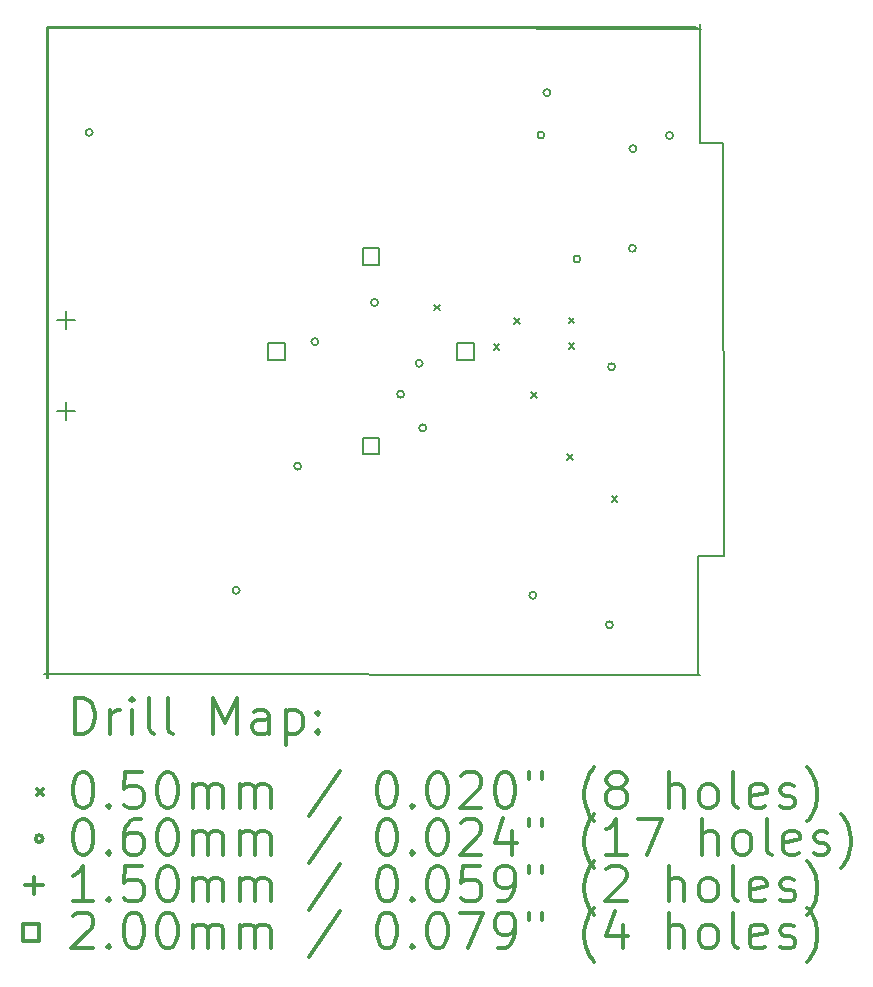
<source format=gbr>
%FSLAX45Y45*%
G04 Gerber Fmt 4.5, Leading zero omitted, Abs format (unit mm)*
G04 Created by KiCad (PCBNEW 4.0.6) date 05/08/17 07:17:55*
%MOMM*%
%LPD*%
G01*
G04 APERTURE LIST*
%ADD10C,0.127000*%
%ADD11C,0.150000*%
%ADD12C,0.200000*%
%ADD13C,0.300000*%
G04 APERTURE END LIST*
D10*
D11*
X14601950Y-8763870D02*
X14605850Y-7759710D01*
X14591970Y-12260010D02*
X14809350Y-12257470D01*
X14809350Y-12257470D02*
X14798890Y-8764090D01*
X14798890Y-8764090D02*
X14601950Y-8763870D01*
X14590270Y-13269610D02*
X14591970Y-12260010D01*
X14605850Y-13263710D02*
X9048090Y-13258930D01*
X9073010Y-7779790D02*
X14573010Y-7779790D01*
X9073010Y-13279790D02*
X9073010Y-7779790D01*
X14610510Y-7794590D02*
X9076510Y-7783190D01*
X9076510Y-13283190D02*
X9076510Y-7783190D01*
X9088410Y-7789590D02*
X14588410Y-7789590D01*
X9088410Y-13289590D02*
X9088410Y-7789590D01*
X14577510Y-7789590D02*
X9077510Y-7789590D01*
X9077510Y-13289590D02*
X9077510Y-7789590D01*
D12*
X12357210Y-10131390D02*
X12407210Y-10181390D01*
X12407210Y-10131390D02*
X12357210Y-10181390D01*
X12857810Y-10464690D02*
X12907810Y-10514690D01*
X12907810Y-10464690D02*
X12857810Y-10514690D01*
X13028710Y-10248390D02*
X13078710Y-10298390D01*
X13078710Y-10248390D02*
X13028710Y-10298390D01*
X13172110Y-10874390D02*
X13222110Y-10924390D01*
X13222110Y-10874390D02*
X13172110Y-10924390D01*
X13482210Y-11398090D02*
X13532210Y-11448090D01*
X13532210Y-11398090D02*
X13482210Y-11448090D01*
X13492710Y-10240990D02*
X13542710Y-10290990D01*
X13542710Y-10240990D02*
X13492710Y-10290990D01*
X13492710Y-10460490D02*
X13542710Y-10510490D01*
X13542710Y-10460490D02*
X13492710Y-10510490D01*
X13856210Y-11754290D02*
X13906210Y-11804290D01*
X13906210Y-11754290D02*
X13856210Y-11804290D01*
X9463810Y-8673790D02*
G75*
G03X9463810Y-8673790I-30000J0D01*
G01*
X10707710Y-12551290D02*
G75*
G03X10707710Y-12551290I-30000J0D01*
G01*
X11228160Y-11498340D02*
G75*
G03X11228160Y-11498340I-30000J0D01*
G01*
X11373930Y-10446010D02*
G75*
G03X11373930Y-10446010I-30000J0D01*
G01*
X11879390Y-10113270D02*
G75*
G03X11879390Y-10113270I-30000J0D01*
G01*
X12100370Y-10889810D02*
G75*
G03X12100370Y-10889810I-30000J0D01*
G01*
X12258310Y-10628690D02*
G75*
G03X12258310Y-10628690I-30000J0D01*
G01*
X12287470Y-11175710D02*
G75*
G03X12287470Y-11175710I-30000J0D01*
G01*
X13219910Y-12592890D02*
G75*
G03X13219910Y-12592890I-30000J0D01*
G01*
X13288210Y-8696290D02*
G75*
G03X13288210Y-8696290I-30000J0D01*
G01*
X13339510Y-8337290D02*
G75*
G03X13339510Y-8337290I-30000J0D01*
G01*
X13593510Y-9745790D02*
G75*
G03X13593510Y-9745790I-30000J0D01*
G01*
X13868910Y-12842790D02*
G75*
G03X13868910Y-12842790I-30000J0D01*
G01*
X13886570Y-10657530D02*
G75*
G03X13886570Y-10657530I-30000J0D01*
G01*
X14062810Y-9654490D02*
G75*
G03X14062810Y-9654490I-30000J0D01*
G01*
X14067410Y-8810390D02*
G75*
G03X14067410Y-8810390I-30000J0D01*
G01*
X14377710Y-8699590D02*
G75*
G03X14377710Y-8699590I-30000J0D01*
G01*
X9238010Y-10184890D02*
X9238010Y-10334890D01*
X9163010Y-10259890D02*
X9313010Y-10259890D01*
X9238010Y-10958290D02*
X9238010Y-11108290D01*
X9163010Y-11033290D02*
X9313010Y-11033290D01*
X11089521Y-10598001D02*
X11089521Y-10456579D01*
X10948099Y-10456579D01*
X10948099Y-10598001D01*
X11089521Y-10598001D01*
X11889621Y-9795361D02*
X11889621Y-9653939D01*
X11748199Y-9653939D01*
X11748199Y-9795361D01*
X11889621Y-9795361D01*
X11889621Y-11398101D02*
X11889621Y-11256679D01*
X11748199Y-11256679D01*
X11748199Y-11398101D01*
X11889621Y-11398101D01*
X12689721Y-10598001D02*
X12689721Y-10456579D01*
X12548299Y-10456579D01*
X12548299Y-10598001D01*
X12689721Y-10598001D01*
D13*
X9312019Y-13762804D02*
X9312019Y-13462804D01*
X9383447Y-13462804D01*
X9426304Y-13477090D01*
X9454876Y-13505661D01*
X9469161Y-13534233D01*
X9483447Y-13591376D01*
X9483447Y-13634233D01*
X9469161Y-13691376D01*
X9454876Y-13719947D01*
X9426304Y-13748519D01*
X9383447Y-13762804D01*
X9312019Y-13762804D01*
X9612019Y-13762804D02*
X9612019Y-13562804D01*
X9612019Y-13619947D02*
X9626304Y-13591376D01*
X9640590Y-13577090D01*
X9669161Y-13562804D01*
X9697733Y-13562804D01*
X9797733Y-13762804D02*
X9797733Y-13562804D01*
X9797733Y-13462804D02*
X9783447Y-13477090D01*
X9797733Y-13491376D01*
X9812019Y-13477090D01*
X9797733Y-13462804D01*
X9797733Y-13491376D01*
X9983447Y-13762804D02*
X9954876Y-13748519D01*
X9940590Y-13719947D01*
X9940590Y-13462804D01*
X10140590Y-13762804D02*
X10112019Y-13748519D01*
X10097733Y-13719947D01*
X10097733Y-13462804D01*
X10483447Y-13762804D02*
X10483447Y-13462804D01*
X10583447Y-13677090D01*
X10683447Y-13462804D01*
X10683447Y-13762804D01*
X10954876Y-13762804D02*
X10954876Y-13605661D01*
X10940590Y-13577090D01*
X10912019Y-13562804D01*
X10854876Y-13562804D01*
X10826304Y-13577090D01*
X10954876Y-13748519D02*
X10926304Y-13762804D01*
X10854876Y-13762804D01*
X10826304Y-13748519D01*
X10812019Y-13719947D01*
X10812019Y-13691376D01*
X10826304Y-13662804D01*
X10854876Y-13648519D01*
X10926304Y-13648519D01*
X10954876Y-13634233D01*
X11097733Y-13562804D02*
X11097733Y-13862804D01*
X11097733Y-13577090D02*
X11126304Y-13562804D01*
X11183447Y-13562804D01*
X11212018Y-13577090D01*
X11226304Y-13591376D01*
X11240590Y-13619947D01*
X11240590Y-13705661D01*
X11226304Y-13734233D01*
X11212018Y-13748519D01*
X11183447Y-13762804D01*
X11126304Y-13762804D01*
X11097733Y-13748519D01*
X11369161Y-13734233D02*
X11383447Y-13748519D01*
X11369161Y-13762804D01*
X11354876Y-13748519D01*
X11369161Y-13734233D01*
X11369161Y-13762804D01*
X11369161Y-13577090D02*
X11383447Y-13591376D01*
X11369161Y-13605661D01*
X11354876Y-13591376D01*
X11369161Y-13577090D01*
X11369161Y-13605661D01*
X8990590Y-14232090D02*
X9040590Y-14282090D01*
X9040590Y-14232090D02*
X8990590Y-14282090D01*
X9369161Y-14092804D02*
X9397733Y-14092804D01*
X9426304Y-14107090D01*
X9440590Y-14121376D01*
X9454876Y-14149947D01*
X9469161Y-14207090D01*
X9469161Y-14278519D01*
X9454876Y-14335661D01*
X9440590Y-14364233D01*
X9426304Y-14378519D01*
X9397733Y-14392804D01*
X9369161Y-14392804D01*
X9340590Y-14378519D01*
X9326304Y-14364233D01*
X9312019Y-14335661D01*
X9297733Y-14278519D01*
X9297733Y-14207090D01*
X9312019Y-14149947D01*
X9326304Y-14121376D01*
X9340590Y-14107090D01*
X9369161Y-14092804D01*
X9597733Y-14364233D02*
X9612019Y-14378519D01*
X9597733Y-14392804D01*
X9583447Y-14378519D01*
X9597733Y-14364233D01*
X9597733Y-14392804D01*
X9883447Y-14092804D02*
X9740590Y-14092804D01*
X9726304Y-14235661D01*
X9740590Y-14221376D01*
X9769161Y-14207090D01*
X9840590Y-14207090D01*
X9869161Y-14221376D01*
X9883447Y-14235661D01*
X9897733Y-14264233D01*
X9897733Y-14335661D01*
X9883447Y-14364233D01*
X9869161Y-14378519D01*
X9840590Y-14392804D01*
X9769161Y-14392804D01*
X9740590Y-14378519D01*
X9726304Y-14364233D01*
X10083447Y-14092804D02*
X10112019Y-14092804D01*
X10140590Y-14107090D01*
X10154876Y-14121376D01*
X10169161Y-14149947D01*
X10183447Y-14207090D01*
X10183447Y-14278519D01*
X10169161Y-14335661D01*
X10154876Y-14364233D01*
X10140590Y-14378519D01*
X10112019Y-14392804D01*
X10083447Y-14392804D01*
X10054876Y-14378519D01*
X10040590Y-14364233D01*
X10026304Y-14335661D01*
X10012019Y-14278519D01*
X10012019Y-14207090D01*
X10026304Y-14149947D01*
X10040590Y-14121376D01*
X10054876Y-14107090D01*
X10083447Y-14092804D01*
X10312019Y-14392804D02*
X10312019Y-14192804D01*
X10312019Y-14221376D02*
X10326304Y-14207090D01*
X10354876Y-14192804D01*
X10397733Y-14192804D01*
X10426304Y-14207090D01*
X10440590Y-14235661D01*
X10440590Y-14392804D01*
X10440590Y-14235661D02*
X10454876Y-14207090D01*
X10483447Y-14192804D01*
X10526304Y-14192804D01*
X10554876Y-14207090D01*
X10569161Y-14235661D01*
X10569161Y-14392804D01*
X10712019Y-14392804D02*
X10712019Y-14192804D01*
X10712019Y-14221376D02*
X10726304Y-14207090D01*
X10754876Y-14192804D01*
X10797733Y-14192804D01*
X10826304Y-14207090D01*
X10840590Y-14235661D01*
X10840590Y-14392804D01*
X10840590Y-14235661D02*
X10854876Y-14207090D01*
X10883447Y-14192804D01*
X10926304Y-14192804D01*
X10954876Y-14207090D01*
X10969161Y-14235661D01*
X10969161Y-14392804D01*
X11554876Y-14078519D02*
X11297733Y-14464233D01*
X11940590Y-14092804D02*
X11969161Y-14092804D01*
X11997733Y-14107090D01*
X12012018Y-14121376D01*
X12026304Y-14149947D01*
X12040590Y-14207090D01*
X12040590Y-14278519D01*
X12026304Y-14335661D01*
X12012018Y-14364233D01*
X11997733Y-14378519D01*
X11969161Y-14392804D01*
X11940590Y-14392804D01*
X11912018Y-14378519D01*
X11897733Y-14364233D01*
X11883447Y-14335661D01*
X11869161Y-14278519D01*
X11869161Y-14207090D01*
X11883447Y-14149947D01*
X11897733Y-14121376D01*
X11912018Y-14107090D01*
X11940590Y-14092804D01*
X12169161Y-14364233D02*
X12183447Y-14378519D01*
X12169161Y-14392804D01*
X12154876Y-14378519D01*
X12169161Y-14364233D01*
X12169161Y-14392804D01*
X12369161Y-14092804D02*
X12397733Y-14092804D01*
X12426304Y-14107090D01*
X12440590Y-14121376D01*
X12454875Y-14149947D01*
X12469161Y-14207090D01*
X12469161Y-14278519D01*
X12454875Y-14335661D01*
X12440590Y-14364233D01*
X12426304Y-14378519D01*
X12397733Y-14392804D01*
X12369161Y-14392804D01*
X12340590Y-14378519D01*
X12326304Y-14364233D01*
X12312018Y-14335661D01*
X12297733Y-14278519D01*
X12297733Y-14207090D01*
X12312018Y-14149947D01*
X12326304Y-14121376D01*
X12340590Y-14107090D01*
X12369161Y-14092804D01*
X12583447Y-14121376D02*
X12597733Y-14107090D01*
X12626304Y-14092804D01*
X12697733Y-14092804D01*
X12726304Y-14107090D01*
X12740590Y-14121376D01*
X12754875Y-14149947D01*
X12754875Y-14178519D01*
X12740590Y-14221376D01*
X12569161Y-14392804D01*
X12754875Y-14392804D01*
X12940590Y-14092804D02*
X12969161Y-14092804D01*
X12997733Y-14107090D01*
X13012018Y-14121376D01*
X13026304Y-14149947D01*
X13040590Y-14207090D01*
X13040590Y-14278519D01*
X13026304Y-14335661D01*
X13012018Y-14364233D01*
X12997733Y-14378519D01*
X12969161Y-14392804D01*
X12940590Y-14392804D01*
X12912018Y-14378519D01*
X12897733Y-14364233D01*
X12883447Y-14335661D01*
X12869161Y-14278519D01*
X12869161Y-14207090D01*
X12883447Y-14149947D01*
X12897733Y-14121376D01*
X12912018Y-14107090D01*
X12940590Y-14092804D01*
X13154876Y-14092804D02*
X13154876Y-14149947D01*
X13269161Y-14092804D02*
X13269161Y-14149947D01*
X13712018Y-14507090D02*
X13697733Y-14492804D01*
X13669161Y-14449947D01*
X13654875Y-14421376D01*
X13640590Y-14378519D01*
X13626304Y-14307090D01*
X13626304Y-14249947D01*
X13640590Y-14178519D01*
X13654875Y-14135661D01*
X13669161Y-14107090D01*
X13697733Y-14064233D01*
X13712018Y-14049947D01*
X13869161Y-14221376D02*
X13840590Y-14207090D01*
X13826304Y-14192804D01*
X13812018Y-14164233D01*
X13812018Y-14149947D01*
X13826304Y-14121376D01*
X13840590Y-14107090D01*
X13869161Y-14092804D01*
X13926304Y-14092804D01*
X13954875Y-14107090D01*
X13969161Y-14121376D01*
X13983447Y-14149947D01*
X13983447Y-14164233D01*
X13969161Y-14192804D01*
X13954875Y-14207090D01*
X13926304Y-14221376D01*
X13869161Y-14221376D01*
X13840590Y-14235661D01*
X13826304Y-14249947D01*
X13812018Y-14278519D01*
X13812018Y-14335661D01*
X13826304Y-14364233D01*
X13840590Y-14378519D01*
X13869161Y-14392804D01*
X13926304Y-14392804D01*
X13954875Y-14378519D01*
X13969161Y-14364233D01*
X13983447Y-14335661D01*
X13983447Y-14278519D01*
X13969161Y-14249947D01*
X13954875Y-14235661D01*
X13926304Y-14221376D01*
X14340590Y-14392804D02*
X14340590Y-14092804D01*
X14469161Y-14392804D02*
X14469161Y-14235661D01*
X14454875Y-14207090D01*
X14426304Y-14192804D01*
X14383447Y-14192804D01*
X14354875Y-14207090D01*
X14340590Y-14221376D01*
X14654875Y-14392804D02*
X14626304Y-14378519D01*
X14612018Y-14364233D01*
X14597733Y-14335661D01*
X14597733Y-14249947D01*
X14612018Y-14221376D01*
X14626304Y-14207090D01*
X14654875Y-14192804D01*
X14697733Y-14192804D01*
X14726304Y-14207090D01*
X14740590Y-14221376D01*
X14754875Y-14249947D01*
X14754875Y-14335661D01*
X14740590Y-14364233D01*
X14726304Y-14378519D01*
X14697733Y-14392804D01*
X14654875Y-14392804D01*
X14926304Y-14392804D02*
X14897733Y-14378519D01*
X14883447Y-14349947D01*
X14883447Y-14092804D01*
X15154876Y-14378519D02*
X15126304Y-14392804D01*
X15069161Y-14392804D01*
X15040590Y-14378519D01*
X15026304Y-14349947D01*
X15026304Y-14235661D01*
X15040590Y-14207090D01*
X15069161Y-14192804D01*
X15126304Y-14192804D01*
X15154876Y-14207090D01*
X15169161Y-14235661D01*
X15169161Y-14264233D01*
X15026304Y-14292804D01*
X15283447Y-14378519D02*
X15312018Y-14392804D01*
X15369161Y-14392804D01*
X15397733Y-14378519D01*
X15412018Y-14349947D01*
X15412018Y-14335661D01*
X15397733Y-14307090D01*
X15369161Y-14292804D01*
X15326304Y-14292804D01*
X15297733Y-14278519D01*
X15283447Y-14249947D01*
X15283447Y-14235661D01*
X15297733Y-14207090D01*
X15326304Y-14192804D01*
X15369161Y-14192804D01*
X15397733Y-14207090D01*
X15512018Y-14507090D02*
X15526304Y-14492804D01*
X15554876Y-14449947D01*
X15569161Y-14421376D01*
X15583447Y-14378519D01*
X15597733Y-14307090D01*
X15597733Y-14249947D01*
X15583447Y-14178519D01*
X15569161Y-14135661D01*
X15554876Y-14107090D01*
X15526304Y-14064233D01*
X15512018Y-14049947D01*
X9040590Y-14653090D02*
G75*
G03X9040590Y-14653090I-30000J0D01*
G01*
X9369161Y-14488804D02*
X9397733Y-14488804D01*
X9426304Y-14503090D01*
X9440590Y-14517376D01*
X9454876Y-14545947D01*
X9469161Y-14603090D01*
X9469161Y-14674519D01*
X9454876Y-14731661D01*
X9440590Y-14760233D01*
X9426304Y-14774519D01*
X9397733Y-14788804D01*
X9369161Y-14788804D01*
X9340590Y-14774519D01*
X9326304Y-14760233D01*
X9312019Y-14731661D01*
X9297733Y-14674519D01*
X9297733Y-14603090D01*
X9312019Y-14545947D01*
X9326304Y-14517376D01*
X9340590Y-14503090D01*
X9369161Y-14488804D01*
X9597733Y-14760233D02*
X9612019Y-14774519D01*
X9597733Y-14788804D01*
X9583447Y-14774519D01*
X9597733Y-14760233D01*
X9597733Y-14788804D01*
X9869161Y-14488804D02*
X9812018Y-14488804D01*
X9783447Y-14503090D01*
X9769161Y-14517376D01*
X9740590Y-14560233D01*
X9726304Y-14617376D01*
X9726304Y-14731661D01*
X9740590Y-14760233D01*
X9754876Y-14774519D01*
X9783447Y-14788804D01*
X9840590Y-14788804D01*
X9869161Y-14774519D01*
X9883447Y-14760233D01*
X9897733Y-14731661D01*
X9897733Y-14660233D01*
X9883447Y-14631661D01*
X9869161Y-14617376D01*
X9840590Y-14603090D01*
X9783447Y-14603090D01*
X9754876Y-14617376D01*
X9740590Y-14631661D01*
X9726304Y-14660233D01*
X10083447Y-14488804D02*
X10112019Y-14488804D01*
X10140590Y-14503090D01*
X10154876Y-14517376D01*
X10169161Y-14545947D01*
X10183447Y-14603090D01*
X10183447Y-14674519D01*
X10169161Y-14731661D01*
X10154876Y-14760233D01*
X10140590Y-14774519D01*
X10112019Y-14788804D01*
X10083447Y-14788804D01*
X10054876Y-14774519D01*
X10040590Y-14760233D01*
X10026304Y-14731661D01*
X10012019Y-14674519D01*
X10012019Y-14603090D01*
X10026304Y-14545947D01*
X10040590Y-14517376D01*
X10054876Y-14503090D01*
X10083447Y-14488804D01*
X10312019Y-14788804D02*
X10312019Y-14588804D01*
X10312019Y-14617376D02*
X10326304Y-14603090D01*
X10354876Y-14588804D01*
X10397733Y-14588804D01*
X10426304Y-14603090D01*
X10440590Y-14631661D01*
X10440590Y-14788804D01*
X10440590Y-14631661D02*
X10454876Y-14603090D01*
X10483447Y-14588804D01*
X10526304Y-14588804D01*
X10554876Y-14603090D01*
X10569161Y-14631661D01*
X10569161Y-14788804D01*
X10712019Y-14788804D02*
X10712019Y-14588804D01*
X10712019Y-14617376D02*
X10726304Y-14603090D01*
X10754876Y-14588804D01*
X10797733Y-14588804D01*
X10826304Y-14603090D01*
X10840590Y-14631661D01*
X10840590Y-14788804D01*
X10840590Y-14631661D02*
X10854876Y-14603090D01*
X10883447Y-14588804D01*
X10926304Y-14588804D01*
X10954876Y-14603090D01*
X10969161Y-14631661D01*
X10969161Y-14788804D01*
X11554876Y-14474519D02*
X11297733Y-14860233D01*
X11940590Y-14488804D02*
X11969161Y-14488804D01*
X11997733Y-14503090D01*
X12012018Y-14517376D01*
X12026304Y-14545947D01*
X12040590Y-14603090D01*
X12040590Y-14674519D01*
X12026304Y-14731661D01*
X12012018Y-14760233D01*
X11997733Y-14774519D01*
X11969161Y-14788804D01*
X11940590Y-14788804D01*
X11912018Y-14774519D01*
X11897733Y-14760233D01*
X11883447Y-14731661D01*
X11869161Y-14674519D01*
X11869161Y-14603090D01*
X11883447Y-14545947D01*
X11897733Y-14517376D01*
X11912018Y-14503090D01*
X11940590Y-14488804D01*
X12169161Y-14760233D02*
X12183447Y-14774519D01*
X12169161Y-14788804D01*
X12154876Y-14774519D01*
X12169161Y-14760233D01*
X12169161Y-14788804D01*
X12369161Y-14488804D02*
X12397733Y-14488804D01*
X12426304Y-14503090D01*
X12440590Y-14517376D01*
X12454875Y-14545947D01*
X12469161Y-14603090D01*
X12469161Y-14674519D01*
X12454875Y-14731661D01*
X12440590Y-14760233D01*
X12426304Y-14774519D01*
X12397733Y-14788804D01*
X12369161Y-14788804D01*
X12340590Y-14774519D01*
X12326304Y-14760233D01*
X12312018Y-14731661D01*
X12297733Y-14674519D01*
X12297733Y-14603090D01*
X12312018Y-14545947D01*
X12326304Y-14517376D01*
X12340590Y-14503090D01*
X12369161Y-14488804D01*
X12583447Y-14517376D02*
X12597733Y-14503090D01*
X12626304Y-14488804D01*
X12697733Y-14488804D01*
X12726304Y-14503090D01*
X12740590Y-14517376D01*
X12754875Y-14545947D01*
X12754875Y-14574519D01*
X12740590Y-14617376D01*
X12569161Y-14788804D01*
X12754875Y-14788804D01*
X13012018Y-14588804D02*
X13012018Y-14788804D01*
X12940590Y-14474519D02*
X12869161Y-14688804D01*
X13054875Y-14688804D01*
X13154876Y-14488804D02*
X13154876Y-14545947D01*
X13269161Y-14488804D02*
X13269161Y-14545947D01*
X13712018Y-14903090D02*
X13697733Y-14888804D01*
X13669161Y-14845947D01*
X13654875Y-14817376D01*
X13640590Y-14774519D01*
X13626304Y-14703090D01*
X13626304Y-14645947D01*
X13640590Y-14574519D01*
X13654875Y-14531661D01*
X13669161Y-14503090D01*
X13697733Y-14460233D01*
X13712018Y-14445947D01*
X13983447Y-14788804D02*
X13812018Y-14788804D01*
X13897733Y-14788804D02*
X13897733Y-14488804D01*
X13869161Y-14531661D01*
X13840590Y-14560233D01*
X13812018Y-14574519D01*
X14083447Y-14488804D02*
X14283447Y-14488804D01*
X14154875Y-14788804D01*
X14626304Y-14788804D02*
X14626304Y-14488804D01*
X14754875Y-14788804D02*
X14754875Y-14631661D01*
X14740590Y-14603090D01*
X14712018Y-14588804D01*
X14669161Y-14588804D01*
X14640590Y-14603090D01*
X14626304Y-14617376D01*
X14940590Y-14788804D02*
X14912018Y-14774519D01*
X14897733Y-14760233D01*
X14883447Y-14731661D01*
X14883447Y-14645947D01*
X14897733Y-14617376D01*
X14912018Y-14603090D01*
X14940590Y-14588804D01*
X14983447Y-14588804D01*
X15012018Y-14603090D01*
X15026304Y-14617376D01*
X15040590Y-14645947D01*
X15040590Y-14731661D01*
X15026304Y-14760233D01*
X15012018Y-14774519D01*
X14983447Y-14788804D01*
X14940590Y-14788804D01*
X15212018Y-14788804D02*
X15183447Y-14774519D01*
X15169161Y-14745947D01*
X15169161Y-14488804D01*
X15440590Y-14774519D02*
X15412018Y-14788804D01*
X15354876Y-14788804D01*
X15326304Y-14774519D01*
X15312018Y-14745947D01*
X15312018Y-14631661D01*
X15326304Y-14603090D01*
X15354876Y-14588804D01*
X15412018Y-14588804D01*
X15440590Y-14603090D01*
X15454876Y-14631661D01*
X15454876Y-14660233D01*
X15312018Y-14688804D01*
X15569161Y-14774519D02*
X15597733Y-14788804D01*
X15654876Y-14788804D01*
X15683447Y-14774519D01*
X15697733Y-14745947D01*
X15697733Y-14731661D01*
X15683447Y-14703090D01*
X15654876Y-14688804D01*
X15612018Y-14688804D01*
X15583447Y-14674519D01*
X15569161Y-14645947D01*
X15569161Y-14631661D01*
X15583447Y-14603090D01*
X15612018Y-14588804D01*
X15654876Y-14588804D01*
X15683447Y-14603090D01*
X15797733Y-14903090D02*
X15812018Y-14888804D01*
X15840590Y-14845947D01*
X15854876Y-14817376D01*
X15869161Y-14774519D01*
X15883447Y-14703090D01*
X15883447Y-14645947D01*
X15869161Y-14574519D01*
X15854876Y-14531661D01*
X15840590Y-14503090D01*
X15812018Y-14460233D01*
X15797733Y-14445947D01*
X8965590Y-14974090D02*
X8965590Y-15124090D01*
X8890590Y-15049090D02*
X9040590Y-15049090D01*
X9469161Y-15184804D02*
X9297733Y-15184804D01*
X9383447Y-15184804D02*
X9383447Y-14884804D01*
X9354876Y-14927661D01*
X9326304Y-14956233D01*
X9297733Y-14970519D01*
X9597733Y-15156233D02*
X9612019Y-15170519D01*
X9597733Y-15184804D01*
X9583447Y-15170519D01*
X9597733Y-15156233D01*
X9597733Y-15184804D01*
X9883447Y-14884804D02*
X9740590Y-14884804D01*
X9726304Y-15027661D01*
X9740590Y-15013376D01*
X9769161Y-14999090D01*
X9840590Y-14999090D01*
X9869161Y-15013376D01*
X9883447Y-15027661D01*
X9897733Y-15056233D01*
X9897733Y-15127661D01*
X9883447Y-15156233D01*
X9869161Y-15170519D01*
X9840590Y-15184804D01*
X9769161Y-15184804D01*
X9740590Y-15170519D01*
X9726304Y-15156233D01*
X10083447Y-14884804D02*
X10112019Y-14884804D01*
X10140590Y-14899090D01*
X10154876Y-14913376D01*
X10169161Y-14941947D01*
X10183447Y-14999090D01*
X10183447Y-15070519D01*
X10169161Y-15127661D01*
X10154876Y-15156233D01*
X10140590Y-15170519D01*
X10112019Y-15184804D01*
X10083447Y-15184804D01*
X10054876Y-15170519D01*
X10040590Y-15156233D01*
X10026304Y-15127661D01*
X10012019Y-15070519D01*
X10012019Y-14999090D01*
X10026304Y-14941947D01*
X10040590Y-14913376D01*
X10054876Y-14899090D01*
X10083447Y-14884804D01*
X10312019Y-15184804D02*
X10312019Y-14984804D01*
X10312019Y-15013376D02*
X10326304Y-14999090D01*
X10354876Y-14984804D01*
X10397733Y-14984804D01*
X10426304Y-14999090D01*
X10440590Y-15027661D01*
X10440590Y-15184804D01*
X10440590Y-15027661D02*
X10454876Y-14999090D01*
X10483447Y-14984804D01*
X10526304Y-14984804D01*
X10554876Y-14999090D01*
X10569161Y-15027661D01*
X10569161Y-15184804D01*
X10712019Y-15184804D02*
X10712019Y-14984804D01*
X10712019Y-15013376D02*
X10726304Y-14999090D01*
X10754876Y-14984804D01*
X10797733Y-14984804D01*
X10826304Y-14999090D01*
X10840590Y-15027661D01*
X10840590Y-15184804D01*
X10840590Y-15027661D02*
X10854876Y-14999090D01*
X10883447Y-14984804D01*
X10926304Y-14984804D01*
X10954876Y-14999090D01*
X10969161Y-15027661D01*
X10969161Y-15184804D01*
X11554876Y-14870519D02*
X11297733Y-15256233D01*
X11940590Y-14884804D02*
X11969161Y-14884804D01*
X11997733Y-14899090D01*
X12012018Y-14913376D01*
X12026304Y-14941947D01*
X12040590Y-14999090D01*
X12040590Y-15070519D01*
X12026304Y-15127661D01*
X12012018Y-15156233D01*
X11997733Y-15170519D01*
X11969161Y-15184804D01*
X11940590Y-15184804D01*
X11912018Y-15170519D01*
X11897733Y-15156233D01*
X11883447Y-15127661D01*
X11869161Y-15070519D01*
X11869161Y-14999090D01*
X11883447Y-14941947D01*
X11897733Y-14913376D01*
X11912018Y-14899090D01*
X11940590Y-14884804D01*
X12169161Y-15156233D02*
X12183447Y-15170519D01*
X12169161Y-15184804D01*
X12154876Y-15170519D01*
X12169161Y-15156233D01*
X12169161Y-15184804D01*
X12369161Y-14884804D02*
X12397733Y-14884804D01*
X12426304Y-14899090D01*
X12440590Y-14913376D01*
X12454875Y-14941947D01*
X12469161Y-14999090D01*
X12469161Y-15070519D01*
X12454875Y-15127661D01*
X12440590Y-15156233D01*
X12426304Y-15170519D01*
X12397733Y-15184804D01*
X12369161Y-15184804D01*
X12340590Y-15170519D01*
X12326304Y-15156233D01*
X12312018Y-15127661D01*
X12297733Y-15070519D01*
X12297733Y-14999090D01*
X12312018Y-14941947D01*
X12326304Y-14913376D01*
X12340590Y-14899090D01*
X12369161Y-14884804D01*
X12740590Y-14884804D02*
X12597733Y-14884804D01*
X12583447Y-15027661D01*
X12597733Y-15013376D01*
X12626304Y-14999090D01*
X12697733Y-14999090D01*
X12726304Y-15013376D01*
X12740590Y-15027661D01*
X12754875Y-15056233D01*
X12754875Y-15127661D01*
X12740590Y-15156233D01*
X12726304Y-15170519D01*
X12697733Y-15184804D01*
X12626304Y-15184804D01*
X12597733Y-15170519D01*
X12583447Y-15156233D01*
X12897733Y-15184804D02*
X12954875Y-15184804D01*
X12983447Y-15170519D01*
X12997733Y-15156233D01*
X13026304Y-15113376D01*
X13040590Y-15056233D01*
X13040590Y-14941947D01*
X13026304Y-14913376D01*
X13012018Y-14899090D01*
X12983447Y-14884804D01*
X12926304Y-14884804D01*
X12897733Y-14899090D01*
X12883447Y-14913376D01*
X12869161Y-14941947D01*
X12869161Y-15013376D01*
X12883447Y-15041947D01*
X12897733Y-15056233D01*
X12926304Y-15070519D01*
X12983447Y-15070519D01*
X13012018Y-15056233D01*
X13026304Y-15041947D01*
X13040590Y-15013376D01*
X13154876Y-14884804D02*
X13154876Y-14941947D01*
X13269161Y-14884804D02*
X13269161Y-14941947D01*
X13712018Y-15299090D02*
X13697733Y-15284804D01*
X13669161Y-15241947D01*
X13654875Y-15213376D01*
X13640590Y-15170519D01*
X13626304Y-15099090D01*
X13626304Y-15041947D01*
X13640590Y-14970519D01*
X13654875Y-14927661D01*
X13669161Y-14899090D01*
X13697733Y-14856233D01*
X13712018Y-14841947D01*
X13812018Y-14913376D02*
X13826304Y-14899090D01*
X13854875Y-14884804D01*
X13926304Y-14884804D01*
X13954875Y-14899090D01*
X13969161Y-14913376D01*
X13983447Y-14941947D01*
X13983447Y-14970519D01*
X13969161Y-15013376D01*
X13797733Y-15184804D01*
X13983447Y-15184804D01*
X14340590Y-15184804D02*
X14340590Y-14884804D01*
X14469161Y-15184804D02*
X14469161Y-15027661D01*
X14454875Y-14999090D01*
X14426304Y-14984804D01*
X14383447Y-14984804D01*
X14354875Y-14999090D01*
X14340590Y-15013376D01*
X14654875Y-15184804D02*
X14626304Y-15170519D01*
X14612018Y-15156233D01*
X14597733Y-15127661D01*
X14597733Y-15041947D01*
X14612018Y-15013376D01*
X14626304Y-14999090D01*
X14654875Y-14984804D01*
X14697733Y-14984804D01*
X14726304Y-14999090D01*
X14740590Y-15013376D01*
X14754875Y-15041947D01*
X14754875Y-15127661D01*
X14740590Y-15156233D01*
X14726304Y-15170519D01*
X14697733Y-15184804D01*
X14654875Y-15184804D01*
X14926304Y-15184804D02*
X14897733Y-15170519D01*
X14883447Y-15141947D01*
X14883447Y-14884804D01*
X15154876Y-15170519D02*
X15126304Y-15184804D01*
X15069161Y-15184804D01*
X15040590Y-15170519D01*
X15026304Y-15141947D01*
X15026304Y-15027661D01*
X15040590Y-14999090D01*
X15069161Y-14984804D01*
X15126304Y-14984804D01*
X15154876Y-14999090D01*
X15169161Y-15027661D01*
X15169161Y-15056233D01*
X15026304Y-15084804D01*
X15283447Y-15170519D02*
X15312018Y-15184804D01*
X15369161Y-15184804D01*
X15397733Y-15170519D01*
X15412018Y-15141947D01*
X15412018Y-15127661D01*
X15397733Y-15099090D01*
X15369161Y-15084804D01*
X15326304Y-15084804D01*
X15297733Y-15070519D01*
X15283447Y-15041947D01*
X15283447Y-15027661D01*
X15297733Y-14999090D01*
X15326304Y-14984804D01*
X15369161Y-14984804D01*
X15397733Y-14999090D01*
X15512018Y-15299090D02*
X15526304Y-15284804D01*
X15554876Y-15241947D01*
X15569161Y-15213376D01*
X15583447Y-15170519D01*
X15597733Y-15099090D01*
X15597733Y-15041947D01*
X15583447Y-14970519D01*
X15569161Y-14927661D01*
X15554876Y-14899090D01*
X15526304Y-14856233D01*
X15512018Y-14841947D01*
X9011301Y-15515801D02*
X9011301Y-15374379D01*
X8869879Y-15374379D01*
X8869879Y-15515801D01*
X9011301Y-15515801D01*
X9297733Y-15309376D02*
X9312019Y-15295090D01*
X9340590Y-15280804D01*
X9412019Y-15280804D01*
X9440590Y-15295090D01*
X9454876Y-15309376D01*
X9469161Y-15337947D01*
X9469161Y-15366519D01*
X9454876Y-15409376D01*
X9283447Y-15580804D01*
X9469161Y-15580804D01*
X9597733Y-15552233D02*
X9612019Y-15566519D01*
X9597733Y-15580804D01*
X9583447Y-15566519D01*
X9597733Y-15552233D01*
X9597733Y-15580804D01*
X9797733Y-15280804D02*
X9826304Y-15280804D01*
X9854876Y-15295090D01*
X9869161Y-15309376D01*
X9883447Y-15337947D01*
X9897733Y-15395090D01*
X9897733Y-15466519D01*
X9883447Y-15523661D01*
X9869161Y-15552233D01*
X9854876Y-15566519D01*
X9826304Y-15580804D01*
X9797733Y-15580804D01*
X9769161Y-15566519D01*
X9754876Y-15552233D01*
X9740590Y-15523661D01*
X9726304Y-15466519D01*
X9726304Y-15395090D01*
X9740590Y-15337947D01*
X9754876Y-15309376D01*
X9769161Y-15295090D01*
X9797733Y-15280804D01*
X10083447Y-15280804D02*
X10112019Y-15280804D01*
X10140590Y-15295090D01*
X10154876Y-15309376D01*
X10169161Y-15337947D01*
X10183447Y-15395090D01*
X10183447Y-15466519D01*
X10169161Y-15523661D01*
X10154876Y-15552233D01*
X10140590Y-15566519D01*
X10112019Y-15580804D01*
X10083447Y-15580804D01*
X10054876Y-15566519D01*
X10040590Y-15552233D01*
X10026304Y-15523661D01*
X10012019Y-15466519D01*
X10012019Y-15395090D01*
X10026304Y-15337947D01*
X10040590Y-15309376D01*
X10054876Y-15295090D01*
X10083447Y-15280804D01*
X10312019Y-15580804D02*
X10312019Y-15380804D01*
X10312019Y-15409376D02*
X10326304Y-15395090D01*
X10354876Y-15380804D01*
X10397733Y-15380804D01*
X10426304Y-15395090D01*
X10440590Y-15423661D01*
X10440590Y-15580804D01*
X10440590Y-15423661D02*
X10454876Y-15395090D01*
X10483447Y-15380804D01*
X10526304Y-15380804D01*
X10554876Y-15395090D01*
X10569161Y-15423661D01*
X10569161Y-15580804D01*
X10712019Y-15580804D02*
X10712019Y-15380804D01*
X10712019Y-15409376D02*
X10726304Y-15395090D01*
X10754876Y-15380804D01*
X10797733Y-15380804D01*
X10826304Y-15395090D01*
X10840590Y-15423661D01*
X10840590Y-15580804D01*
X10840590Y-15423661D02*
X10854876Y-15395090D01*
X10883447Y-15380804D01*
X10926304Y-15380804D01*
X10954876Y-15395090D01*
X10969161Y-15423661D01*
X10969161Y-15580804D01*
X11554876Y-15266519D02*
X11297733Y-15652233D01*
X11940590Y-15280804D02*
X11969161Y-15280804D01*
X11997733Y-15295090D01*
X12012018Y-15309376D01*
X12026304Y-15337947D01*
X12040590Y-15395090D01*
X12040590Y-15466519D01*
X12026304Y-15523661D01*
X12012018Y-15552233D01*
X11997733Y-15566519D01*
X11969161Y-15580804D01*
X11940590Y-15580804D01*
X11912018Y-15566519D01*
X11897733Y-15552233D01*
X11883447Y-15523661D01*
X11869161Y-15466519D01*
X11869161Y-15395090D01*
X11883447Y-15337947D01*
X11897733Y-15309376D01*
X11912018Y-15295090D01*
X11940590Y-15280804D01*
X12169161Y-15552233D02*
X12183447Y-15566519D01*
X12169161Y-15580804D01*
X12154876Y-15566519D01*
X12169161Y-15552233D01*
X12169161Y-15580804D01*
X12369161Y-15280804D02*
X12397733Y-15280804D01*
X12426304Y-15295090D01*
X12440590Y-15309376D01*
X12454875Y-15337947D01*
X12469161Y-15395090D01*
X12469161Y-15466519D01*
X12454875Y-15523661D01*
X12440590Y-15552233D01*
X12426304Y-15566519D01*
X12397733Y-15580804D01*
X12369161Y-15580804D01*
X12340590Y-15566519D01*
X12326304Y-15552233D01*
X12312018Y-15523661D01*
X12297733Y-15466519D01*
X12297733Y-15395090D01*
X12312018Y-15337947D01*
X12326304Y-15309376D01*
X12340590Y-15295090D01*
X12369161Y-15280804D01*
X12569161Y-15280804D02*
X12769161Y-15280804D01*
X12640590Y-15580804D01*
X12897733Y-15580804D02*
X12954875Y-15580804D01*
X12983447Y-15566519D01*
X12997733Y-15552233D01*
X13026304Y-15509376D01*
X13040590Y-15452233D01*
X13040590Y-15337947D01*
X13026304Y-15309376D01*
X13012018Y-15295090D01*
X12983447Y-15280804D01*
X12926304Y-15280804D01*
X12897733Y-15295090D01*
X12883447Y-15309376D01*
X12869161Y-15337947D01*
X12869161Y-15409376D01*
X12883447Y-15437947D01*
X12897733Y-15452233D01*
X12926304Y-15466519D01*
X12983447Y-15466519D01*
X13012018Y-15452233D01*
X13026304Y-15437947D01*
X13040590Y-15409376D01*
X13154876Y-15280804D02*
X13154876Y-15337947D01*
X13269161Y-15280804D02*
X13269161Y-15337947D01*
X13712018Y-15695090D02*
X13697733Y-15680804D01*
X13669161Y-15637947D01*
X13654875Y-15609376D01*
X13640590Y-15566519D01*
X13626304Y-15495090D01*
X13626304Y-15437947D01*
X13640590Y-15366519D01*
X13654875Y-15323661D01*
X13669161Y-15295090D01*
X13697733Y-15252233D01*
X13712018Y-15237947D01*
X13954875Y-15380804D02*
X13954875Y-15580804D01*
X13883447Y-15266519D02*
X13812018Y-15480804D01*
X13997733Y-15480804D01*
X14340590Y-15580804D02*
X14340590Y-15280804D01*
X14469161Y-15580804D02*
X14469161Y-15423661D01*
X14454875Y-15395090D01*
X14426304Y-15380804D01*
X14383447Y-15380804D01*
X14354875Y-15395090D01*
X14340590Y-15409376D01*
X14654875Y-15580804D02*
X14626304Y-15566519D01*
X14612018Y-15552233D01*
X14597733Y-15523661D01*
X14597733Y-15437947D01*
X14612018Y-15409376D01*
X14626304Y-15395090D01*
X14654875Y-15380804D01*
X14697733Y-15380804D01*
X14726304Y-15395090D01*
X14740590Y-15409376D01*
X14754875Y-15437947D01*
X14754875Y-15523661D01*
X14740590Y-15552233D01*
X14726304Y-15566519D01*
X14697733Y-15580804D01*
X14654875Y-15580804D01*
X14926304Y-15580804D02*
X14897733Y-15566519D01*
X14883447Y-15537947D01*
X14883447Y-15280804D01*
X15154876Y-15566519D02*
X15126304Y-15580804D01*
X15069161Y-15580804D01*
X15040590Y-15566519D01*
X15026304Y-15537947D01*
X15026304Y-15423661D01*
X15040590Y-15395090D01*
X15069161Y-15380804D01*
X15126304Y-15380804D01*
X15154876Y-15395090D01*
X15169161Y-15423661D01*
X15169161Y-15452233D01*
X15026304Y-15480804D01*
X15283447Y-15566519D02*
X15312018Y-15580804D01*
X15369161Y-15580804D01*
X15397733Y-15566519D01*
X15412018Y-15537947D01*
X15412018Y-15523661D01*
X15397733Y-15495090D01*
X15369161Y-15480804D01*
X15326304Y-15480804D01*
X15297733Y-15466519D01*
X15283447Y-15437947D01*
X15283447Y-15423661D01*
X15297733Y-15395090D01*
X15326304Y-15380804D01*
X15369161Y-15380804D01*
X15397733Y-15395090D01*
X15512018Y-15695090D02*
X15526304Y-15680804D01*
X15554876Y-15637947D01*
X15569161Y-15609376D01*
X15583447Y-15566519D01*
X15597733Y-15495090D01*
X15597733Y-15437947D01*
X15583447Y-15366519D01*
X15569161Y-15323661D01*
X15554876Y-15295090D01*
X15526304Y-15252233D01*
X15512018Y-15237947D01*
M02*

</source>
